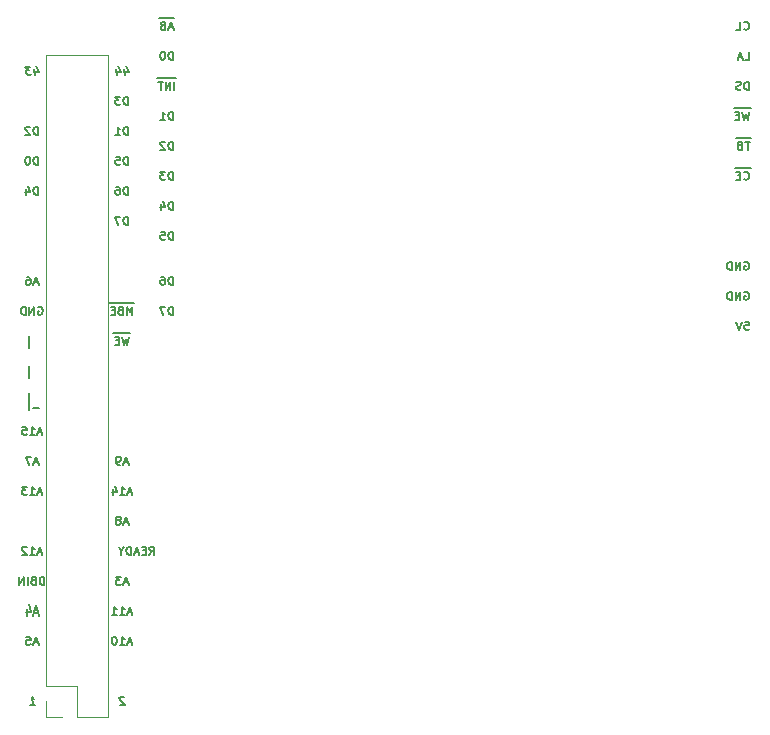
<source format=gbr>
G04 #@! TF.GenerationSoftware,KiCad,Pcbnew,(5.1.2)-2*
G04 #@! TF.CreationDate,2019-08-10T21:31:32+12:00*
G04 #@! TF.ProjectId,APEDSK-AU,41504544-534b-42d4-9155-2e6b69636164,rev?*
G04 #@! TF.SameCoordinates,Original*
G04 #@! TF.FileFunction,Legend,Bot*
G04 #@! TF.FilePolarity,Positive*
%FSLAX46Y46*%
G04 Gerber Fmt 4.6, Leading zero omitted, Abs format (unit mm)*
G04 Created by KiCad (PCBNEW (5.1.2)-2) date 2019-08-10 21:31:32*
%MOMM*%
%LPD*%
G04 APERTURE LIST*
%ADD10C,0.150000*%
%ADD11C,0.120000*%
G04 APERTURE END LIST*
D10*
X170090500Y-98041666D02*
X170423833Y-98041666D01*
X170457166Y-98375000D01*
X170423833Y-98341666D01*
X170357166Y-98308333D01*
X170190500Y-98308333D01*
X170123833Y-98341666D01*
X170090500Y-98375000D01*
X170057166Y-98441666D01*
X170057166Y-98608333D01*
X170090500Y-98675000D01*
X170123833Y-98708333D01*
X170190500Y-98741666D01*
X170357166Y-98741666D01*
X170423833Y-98708333D01*
X170457166Y-98675000D01*
X169857166Y-98041666D02*
X169623833Y-98741666D01*
X169390500Y-98041666D01*
X170057166Y-95535000D02*
X170123833Y-95501666D01*
X170223833Y-95501666D01*
X170323833Y-95535000D01*
X170390500Y-95601666D01*
X170423833Y-95668333D01*
X170457166Y-95801666D01*
X170457166Y-95901666D01*
X170423833Y-96035000D01*
X170390500Y-96101666D01*
X170323833Y-96168333D01*
X170223833Y-96201666D01*
X170157166Y-96201666D01*
X170057166Y-96168333D01*
X170023833Y-96135000D01*
X170023833Y-95901666D01*
X170157166Y-95901666D01*
X169723833Y-96201666D02*
X169723833Y-95501666D01*
X169323833Y-96201666D01*
X169323833Y-95501666D01*
X168990500Y-96201666D02*
X168990500Y-95501666D01*
X168823833Y-95501666D01*
X168723833Y-95535000D01*
X168657166Y-95601666D01*
X168623833Y-95668333D01*
X168590500Y-95801666D01*
X168590500Y-95901666D01*
X168623833Y-96035000D01*
X168657166Y-96101666D01*
X168723833Y-96168333D01*
X168823833Y-96201666D01*
X168990500Y-96201666D01*
X170057166Y-92995000D02*
X170123833Y-92961666D01*
X170223833Y-92961666D01*
X170323833Y-92995000D01*
X170390500Y-93061666D01*
X170423833Y-93128333D01*
X170457166Y-93261666D01*
X170457166Y-93361666D01*
X170423833Y-93495000D01*
X170390500Y-93561666D01*
X170323833Y-93628333D01*
X170223833Y-93661666D01*
X170157166Y-93661666D01*
X170057166Y-93628333D01*
X170023833Y-93595000D01*
X170023833Y-93361666D01*
X170157166Y-93361666D01*
X169723833Y-93661666D02*
X169723833Y-92961666D01*
X169323833Y-93661666D01*
X169323833Y-92961666D01*
X168990500Y-93661666D02*
X168990500Y-92961666D01*
X168823833Y-92961666D01*
X168723833Y-92995000D01*
X168657166Y-93061666D01*
X168623833Y-93128333D01*
X168590500Y-93261666D01*
X168590500Y-93361666D01*
X168623833Y-93495000D01*
X168657166Y-93561666D01*
X168723833Y-93628333D01*
X168823833Y-93661666D01*
X168990500Y-93661666D01*
X170590500Y-85026000D02*
X169890500Y-85026000D01*
X170023833Y-85975000D02*
X170057166Y-86008333D01*
X170157166Y-86041666D01*
X170223833Y-86041666D01*
X170323833Y-86008333D01*
X170390500Y-85941666D01*
X170423833Y-85875000D01*
X170457166Y-85741666D01*
X170457166Y-85641666D01*
X170423833Y-85508333D01*
X170390500Y-85441666D01*
X170323833Y-85375000D01*
X170223833Y-85341666D01*
X170157166Y-85341666D01*
X170057166Y-85375000D01*
X170023833Y-85408333D01*
X169890500Y-85026000D02*
X169257166Y-85026000D01*
X169723833Y-85675000D02*
X169490500Y-85675000D01*
X169390500Y-86041666D02*
X169723833Y-86041666D01*
X169723833Y-85341666D01*
X169390500Y-85341666D01*
X170590500Y-82486000D02*
X170057166Y-82486000D01*
X170523833Y-82801666D02*
X170123833Y-82801666D01*
X170323833Y-83501666D02*
X170323833Y-82801666D01*
X170057166Y-82486000D02*
X169357166Y-82486000D01*
X169657166Y-83135000D02*
X169557166Y-83168333D01*
X169523833Y-83201666D01*
X169490500Y-83268333D01*
X169490500Y-83368333D01*
X169523833Y-83435000D01*
X169557166Y-83468333D01*
X169623833Y-83501666D01*
X169890500Y-83501666D01*
X169890500Y-82801666D01*
X169657166Y-82801666D01*
X169590500Y-82835000D01*
X169557166Y-82868333D01*
X169523833Y-82935000D01*
X169523833Y-83001666D01*
X169557166Y-83068333D01*
X169590500Y-83101666D01*
X169657166Y-83135000D01*
X169890500Y-83135000D01*
X170590500Y-79946000D02*
X169790500Y-79946000D01*
X170490500Y-80261666D02*
X170323833Y-80961666D01*
X170190500Y-80461666D01*
X170057166Y-80961666D01*
X169890500Y-80261666D01*
X169790500Y-79946000D02*
X169157166Y-79946000D01*
X169623833Y-80595000D02*
X169390500Y-80595000D01*
X169290500Y-80961666D02*
X169623833Y-80961666D01*
X169623833Y-80261666D01*
X169290500Y-80261666D01*
X170423833Y-78421666D02*
X170423833Y-77721666D01*
X170257166Y-77721666D01*
X170157166Y-77755000D01*
X170090500Y-77821666D01*
X170057166Y-77888333D01*
X170023833Y-78021666D01*
X170023833Y-78121666D01*
X170057166Y-78255000D01*
X170090500Y-78321666D01*
X170157166Y-78388333D01*
X170257166Y-78421666D01*
X170423833Y-78421666D01*
X169757166Y-78388333D02*
X169657166Y-78421666D01*
X169490500Y-78421666D01*
X169423833Y-78388333D01*
X169390500Y-78355000D01*
X169357166Y-78288333D01*
X169357166Y-78221666D01*
X169390500Y-78155000D01*
X169423833Y-78121666D01*
X169490500Y-78088333D01*
X169623833Y-78055000D01*
X169690500Y-78021666D01*
X169723833Y-77988333D01*
X169757166Y-77921666D01*
X169757166Y-77855000D01*
X169723833Y-77788333D01*
X169690500Y-77755000D01*
X169623833Y-77721666D01*
X169457166Y-77721666D01*
X169357166Y-77755000D01*
X170090500Y-75881666D02*
X170423833Y-75881666D01*
X170423833Y-75181666D01*
X169890500Y-75681666D02*
X169557166Y-75681666D01*
X169957166Y-75881666D02*
X169723833Y-75181666D01*
X169490500Y-75881666D01*
X170023833Y-73275000D02*
X170057166Y-73308333D01*
X170157166Y-73341666D01*
X170223833Y-73341666D01*
X170323833Y-73308333D01*
X170390500Y-73241666D01*
X170423833Y-73175000D01*
X170457166Y-73041666D01*
X170457166Y-72941666D01*
X170423833Y-72808333D01*
X170390500Y-72741666D01*
X170323833Y-72675000D01*
X170223833Y-72641666D01*
X170157166Y-72641666D01*
X170057166Y-72675000D01*
X170023833Y-72708333D01*
X169390500Y-73341666D02*
X169723833Y-73341666D01*
X169723833Y-72641666D01*
X121674666Y-97471666D02*
X121674666Y-96771666D01*
X121508000Y-96771666D01*
X121408000Y-96805000D01*
X121341333Y-96871666D01*
X121308000Y-96938333D01*
X121274666Y-97071666D01*
X121274666Y-97171666D01*
X121308000Y-97305000D01*
X121341333Y-97371666D01*
X121408000Y-97438333D01*
X121508000Y-97471666D01*
X121674666Y-97471666D01*
X121041333Y-96771666D02*
X120574666Y-96771666D01*
X120874666Y-97471666D01*
X121674666Y-94931666D02*
X121674666Y-94231666D01*
X121508000Y-94231666D01*
X121408000Y-94265000D01*
X121341333Y-94331666D01*
X121308000Y-94398333D01*
X121274666Y-94531666D01*
X121274666Y-94631666D01*
X121308000Y-94765000D01*
X121341333Y-94831666D01*
X121408000Y-94898333D01*
X121508000Y-94931666D01*
X121674666Y-94931666D01*
X120674666Y-94231666D02*
X120808000Y-94231666D01*
X120874666Y-94265000D01*
X120908000Y-94298333D01*
X120974666Y-94398333D01*
X121008000Y-94531666D01*
X121008000Y-94798333D01*
X120974666Y-94865000D01*
X120941333Y-94898333D01*
X120874666Y-94931666D01*
X120741333Y-94931666D01*
X120674666Y-94898333D01*
X120641333Y-94865000D01*
X120608000Y-94798333D01*
X120608000Y-94631666D01*
X120641333Y-94565000D01*
X120674666Y-94531666D01*
X120741333Y-94498333D01*
X120874666Y-94498333D01*
X120941333Y-94531666D01*
X120974666Y-94565000D01*
X121008000Y-94631666D01*
X121674666Y-91121666D02*
X121674666Y-90421666D01*
X121508000Y-90421666D01*
X121408000Y-90455000D01*
X121341333Y-90521666D01*
X121308000Y-90588333D01*
X121274666Y-90721666D01*
X121274666Y-90821666D01*
X121308000Y-90955000D01*
X121341333Y-91021666D01*
X121408000Y-91088333D01*
X121508000Y-91121666D01*
X121674666Y-91121666D01*
X120641333Y-90421666D02*
X120974666Y-90421666D01*
X121008000Y-90755000D01*
X120974666Y-90721666D01*
X120908000Y-90688333D01*
X120741333Y-90688333D01*
X120674666Y-90721666D01*
X120641333Y-90755000D01*
X120608000Y-90821666D01*
X120608000Y-90988333D01*
X120641333Y-91055000D01*
X120674666Y-91088333D01*
X120741333Y-91121666D01*
X120908000Y-91121666D01*
X120974666Y-91088333D01*
X121008000Y-91055000D01*
X121674666Y-88581666D02*
X121674666Y-87881666D01*
X121508000Y-87881666D01*
X121408000Y-87915000D01*
X121341333Y-87981666D01*
X121308000Y-88048333D01*
X121274666Y-88181666D01*
X121274666Y-88281666D01*
X121308000Y-88415000D01*
X121341333Y-88481666D01*
X121408000Y-88548333D01*
X121508000Y-88581666D01*
X121674666Y-88581666D01*
X120674666Y-88115000D02*
X120674666Y-88581666D01*
X120841333Y-87848333D02*
X121008000Y-88348333D01*
X120574666Y-88348333D01*
X121674666Y-86041666D02*
X121674666Y-85341666D01*
X121508000Y-85341666D01*
X121408000Y-85375000D01*
X121341333Y-85441666D01*
X121308000Y-85508333D01*
X121274666Y-85641666D01*
X121274666Y-85741666D01*
X121308000Y-85875000D01*
X121341333Y-85941666D01*
X121408000Y-86008333D01*
X121508000Y-86041666D01*
X121674666Y-86041666D01*
X121041333Y-85341666D02*
X120608000Y-85341666D01*
X120841333Y-85608333D01*
X120741333Y-85608333D01*
X120674666Y-85641666D01*
X120641333Y-85675000D01*
X120608000Y-85741666D01*
X120608000Y-85908333D01*
X120641333Y-85975000D01*
X120674666Y-86008333D01*
X120741333Y-86041666D01*
X120941333Y-86041666D01*
X121008000Y-86008333D01*
X121041333Y-85975000D01*
X121674666Y-83501666D02*
X121674666Y-82801666D01*
X121508000Y-82801666D01*
X121408000Y-82835000D01*
X121341333Y-82901666D01*
X121308000Y-82968333D01*
X121274666Y-83101666D01*
X121274666Y-83201666D01*
X121308000Y-83335000D01*
X121341333Y-83401666D01*
X121408000Y-83468333D01*
X121508000Y-83501666D01*
X121674666Y-83501666D01*
X121008000Y-82868333D02*
X120974666Y-82835000D01*
X120908000Y-82801666D01*
X120741333Y-82801666D01*
X120674666Y-82835000D01*
X120641333Y-82868333D01*
X120608000Y-82935000D01*
X120608000Y-83001666D01*
X120641333Y-83101666D01*
X121041333Y-83501666D01*
X120608000Y-83501666D01*
X121674666Y-80961666D02*
X121674666Y-80261666D01*
X121508000Y-80261666D01*
X121408000Y-80295000D01*
X121341333Y-80361666D01*
X121308000Y-80428333D01*
X121274666Y-80561666D01*
X121274666Y-80661666D01*
X121308000Y-80795000D01*
X121341333Y-80861666D01*
X121408000Y-80928333D01*
X121508000Y-80961666D01*
X121674666Y-80961666D01*
X120608000Y-80961666D02*
X121008000Y-80961666D01*
X120808000Y-80961666D02*
X120808000Y-80261666D01*
X120874666Y-80361666D01*
X120941333Y-80428333D01*
X121008000Y-80461666D01*
X121958000Y-77406000D02*
X121624666Y-77406000D01*
X121791333Y-78421666D02*
X121791333Y-77721666D01*
X121624666Y-77406000D02*
X120891333Y-77406000D01*
X121458000Y-78421666D02*
X121458000Y-77721666D01*
X121058000Y-78421666D01*
X121058000Y-77721666D01*
X120891333Y-77406000D02*
X120358000Y-77406000D01*
X120824666Y-77721666D02*
X120424666Y-77721666D01*
X120624666Y-78421666D02*
X120624666Y-77721666D01*
X121674666Y-75881666D02*
X121674666Y-75181666D01*
X121508000Y-75181666D01*
X121408000Y-75215000D01*
X121341333Y-75281666D01*
X121308000Y-75348333D01*
X121274666Y-75481666D01*
X121274666Y-75581666D01*
X121308000Y-75715000D01*
X121341333Y-75781666D01*
X121408000Y-75848333D01*
X121508000Y-75881666D01*
X121674666Y-75881666D01*
X120841333Y-75181666D02*
X120774666Y-75181666D01*
X120708000Y-75215000D01*
X120674666Y-75248333D01*
X120641333Y-75315000D01*
X120608000Y-75448333D01*
X120608000Y-75615000D01*
X120641333Y-75748333D01*
X120674666Y-75815000D01*
X120708000Y-75848333D01*
X120774666Y-75881666D01*
X120841333Y-75881666D01*
X120908000Y-75848333D01*
X120941333Y-75815000D01*
X120974666Y-75748333D01*
X121008000Y-75615000D01*
X121008000Y-75448333D01*
X120974666Y-75315000D01*
X120941333Y-75248333D01*
X120908000Y-75215000D01*
X120841333Y-75181666D01*
X121808000Y-72326000D02*
X121208000Y-72326000D01*
X121674666Y-73141666D02*
X121341333Y-73141666D01*
X121741333Y-73341666D02*
X121508000Y-72641666D01*
X121274666Y-73341666D01*
X121208000Y-72326000D02*
X120508000Y-72326000D01*
X120808000Y-72975000D02*
X120708000Y-73008333D01*
X120674666Y-73041666D01*
X120641333Y-73108333D01*
X120641333Y-73208333D01*
X120674666Y-73275000D01*
X120708000Y-73308333D01*
X120774666Y-73341666D01*
X121041333Y-73341666D01*
X121041333Y-72641666D01*
X120808000Y-72641666D01*
X120741333Y-72675000D01*
X120708000Y-72708333D01*
X120674666Y-72775000D01*
X120674666Y-72841666D01*
X120708000Y-72908333D01*
X120741333Y-72941666D01*
X120808000Y-72975000D01*
X121041333Y-72975000D01*
X119668000Y-117791666D02*
X119901333Y-117458333D01*
X120068000Y-117791666D02*
X120068000Y-117091666D01*
X119801333Y-117091666D01*
X119734666Y-117125000D01*
X119701333Y-117158333D01*
X119668000Y-117225000D01*
X119668000Y-117325000D01*
X119701333Y-117391666D01*
X119734666Y-117425000D01*
X119801333Y-117458333D01*
X120068000Y-117458333D01*
X119368000Y-117425000D02*
X119134666Y-117425000D01*
X119034666Y-117791666D02*
X119368000Y-117791666D01*
X119368000Y-117091666D01*
X119034666Y-117091666D01*
X118768000Y-117591666D02*
X118434666Y-117591666D01*
X118834666Y-117791666D02*
X118601333Y-117091666D01*
X118368000Y-117791666D01*
X118134666Y-117791666D02*
X118134666Y-117091666D01*
X117968000Y-117091666D01*
X117868000Y-117125000D01*
X117801333Y-117191666D01*
X117768000Y-117258333D01*
X117734666Y-117391666D01*
X117734666Y-117491666D01*
X117768000Y-117625000D01*
X117801333Y-117691666D01*
X117868000Y-117758333D01*
X117968000Y-117791666D01*
X118134666Y-117791666D01*
X117301333Y-117458333D02*
X117301333Y-117791666D01*
X117534666Y-117091666D02*
X117301333Y-117458333D01*
X117068000Y-117091666D01*
X109601645Y-130491666D02*
X110001645Y-130491666D01*
X109801645Y-130491666D02*
X109714145Y-129791666D01*
X109793312Y-129891666D01*
X109868312Y-129958333D01*
X109939145Y-129991666D01*
X117542479Y-129858333D02*
X117504979Y-129825000D01*
X117434145Y-129791666D01*
X117267479Y-129791666D01*
X117204979Y-129825000D01*
X117175812Y-129858333D01*
X117150812Y-129925000D01*
X117159145Y-129991666D01*
X117204979Y-130091666D01*
X117654979Y-130491666D01*
X117221645Y-130491666D01*
X109943312Y-76685000D02*
X110001645Y-77151666D01*
X110076645Y-76418333D02*
X110305812Y-76918333D01*
X109872479Y-76918333D01*
X109614145Y-76451666D02*
X109180812Y-76451666D01*
X109447479Y-76718333D01*
X109347479Y-76718333D01*
X109284979Y-76751666D01*
X109255812Y-76785000D01*
X109230812Y-76851666D01*
X109251645Y-77018333D01*
X109293312Y-77085000D01*
X109330812Y-77118333D01*
X109401645Y-77151666D01*
X109601645Y-77151666D01*
X109664145Y-77118333D01*
X109693312Y-77085000D01*
X117563312Y-76685000D02*
X117621645Y-77151666D01*
X117696645Y-76418333D02*
X117925812Y-76918333D01*
X117492479Y-76918333D01*
X116896645Y-76685000D02*
X116954979Y-77151666D01*
X117029979Y-76418333D02*
X117259145Y-76918333D01*
X116825812Y-76918333D01*
X118181333Y-125211666D02*
X117848000Y-125211666D01*
X118248000Y-125411666D02*
X118014666Y-124711666D01*
X117781333Y-125411666D01*
X117181333Y-125411666D02*
X117581333Y-125411666D01*
X117381333Y-125411666D02*
X117381333Y-124711666D01*
X117448000Y-124811666D01*
X117514666Y-124878333D01*
X117581333Y-124911666D01*
X116748000Y-124711666D02*
X116681333Y-124711666D01*
X116614666Y-124745000D01*
X116581333Y-124778333D01*
X116548000Y-124845000D01*
X116514666Y-124978333D01*
X116514666Y-125145000D01*
X116548000Y-125278333D01*
X116581333Y-125345000D01*
X116614666Y-125378333D01*
X116681333Y-125411666D01*
X116748000Y-125411666D01*
X116814666Y-125378333D01*
X116848000Y-125345000D01*
X116881333Y-125278333D01*
X116914666Y-125145000D01*
X116914666Y-124978333D01*
X116881333Y-124845000D01*
X116848000Y-124778333D01*
X116814666Y-124745000D01*
X116748000Y-124711666D01*
X118181333Y-122671666D02*
X117848000Y-122671666D01*
X118248000Y-122871666D02*
X118014666Y-122171666D01*
X117781333Y-122871666D01*
X117181333Y-122871666D02*
X117581333Y-122871666D01*
X117381333Y-122871666D02*
X117381333Y-122171666D01*
X117448000Y-122271666D01*
X117514666Y-122338333D01*
X117581333Y-122371666D01*
X116514666Y-122871666D02*
X116914666Y-122871666D01*
X116714666Y-122871666D02*
X116714666Y-122171666D01*
X116781333Y-122271666D01*
X116848000Y-122338333D01*
X116914666Y-122371666D01*
X117848000Y-120131666D02*
X117514666Y-120131666D01*
X117914666Y-120331666D02*
X117681333Y-119631666D01*
X117448000Y-120331666D01*
X117281333Y-119631666D02*
X116848000Y-119631666D01*
X117081333Y-119898333D01*
X116981333Y-119898333D01*
X116914666Y-119931666D01*
X116881333Y-119965000D01*
X116848000Y-120031666D01*
X116848000Y-120198333D01*
X116881333Y-120265000D01*
X116914666Y-120298333D01*
X116981333Y-120331666D01*
X117181333Y-120331666D01*
X117248000Y-120298333D01*
X117281333Y-120265000D01*
X117848000Y-115051666D02*
X117514666Y-115051666D01*
X117914666Y-115251666D02*
X117681333Y-114551666D01*
X117448000Y-115251666D01*
X117114666Y-114851666D02*
X117181333Y-114818333D01*
X117214666Y-114785000D01*
X117248000Y-114718333D01*
X117248000Y-114685000D01*
X117214666Y-114618333D01*
X117181333Y-114585000D01*
X117114666Y-114551666D01*
X116981333Y-114551666D01*
X116914666Y-114585000D01*
X116881333Y-114618333D01*
X116848000Y-114685000D01*
X116848000Y-114718333D01*
X116881333Y-114785000D01*
X116914666Y-114818333D01*
X116981333Y-114851666D01*
X117114666Y-114851666D01*
X117181333Y-114885000D01*
X117214666Y-114918333D01*
X117248000Y-114985000D01*
X117248000Y-115118333D01*
X117214666Y-115185000D01*
X117181333Y-115218333D01*
X117114666Y-115251666D01*
X116981333Y-115251666D01*
X116914666Y-115218333D01*
X116881333Y-115185000D01*
X116848000Y-115118333D01*
X116848000Y-114985000D01*
X116881333Y-114918333D01*
X116914666Y-114885000D01*
X116981333Y-114851666D01*
X118181333Y-112511666D02*
X117848000Y-112511666D01*
X118248000Y-112711666D02*
X118014666Y-112011666D01*
X117781333Y-112711666D01*
X117181333Y-112711666D02*
X117581333Y-112711666D01*
X117381333Y-112711666D02*
X117381333Y-112011666D01*
X117448000Y-112111666D01*
X117514666Y-112178333D01*
X117581333Y-112211666D01*
X116581333Y-112245000D02*
X116581333Y-112711666D01*
X116748000Y-111978333D02*
X116914666Y-112478333D01*
X116481333Y-112478333D01*
X117848000Y-109971666D02*
X117514666Y-109971666D01*
X117914666Y-110171666D02*
X117681333Y-109471666D01*
X117448000Y-110171666D01*
X117181333Y-110171666D02*
X117048000Y-110171666D01*
X116981333Y-110138333D01*
X116948000Y-110105000D01*
X116881333Y-110005000D01*
X116848000Y-109871666D01*
X116848000Y-109605000D01*
X116881333Y-109538333D01*
X116914666Y-109505000D01*
X116981333Y-109471666D01*
X117114666Y-109471666D01*
X117181333Y-109505000D01*
X117214666Y-109538333D01*
X117248000Y-109605000D01*
X117248000Y-109771666D01*
X117214666Y-109838333D01*
X117181333Y-109871666D01*
X117114666Y-109905000D01*
X116981333Y-109905000D01*
X116914666Y-109871666D01*
X116881333Y-109838333D01*
X116848000Y-109771666D01*
X118064666Y-98996000D02*
X117264666Y-98996000D01*
X117964666Y-99311666D02*
X117798000Y-100011666D01*
X117664666Y-99511666D01*
X117531333Y-100011666D01*
X117364666Y-99311666D01*
X117264666Y-98996000D02*
X116631333Y-98996000D01*
X117098000Y-99645000D02*
X116864666Y-99645000D01*
X116764666Y-100011666D02*
X117098000Y-100011666D01*
X117098000Y-99311666D01*
X116764666Y-99311666D01*
X118414666Y-96456000D02*
X117614666Y-96456000D01*
X118248000Y-97471666D02*
X118248000Y-96771666D01*
X118014666Y-97271666D01*
X117781333Y-96771666D01*
X117781333Y-97471666D01*
X117614666Y-96456000D02*
X116914666Y-96456000D01*
X117214666Y-97105000D02*
X117114666Y-97138333D01*
X117081333Y-97171666D01*
X117048000Y-97238333D01*
X117048000Y-97338333D01*
X117081333Y-97405000D01*
X117114666Y-97438333D01*
X117181333Y-97471666D01*
X117448000Y-97471666D01*
X117448000Y-96771666D01*
X117214666Y-96771666D01*
X117148000Y-96805000D01*
X117114666Y-96838333D01*
X117081333Y-96905000D01*
X117081333Y-96971666D01*
X117114666Y-97038333D01*
X117148000Y-97071666D01*
X117214666Y-97105000D01*
X117448000Y-97105000D01*
X116914666Y-96456000D02*
X116281333Y-96456000D01*
X116748000Y-97105000D02*
X116514666Y-97105000D01*
X116414666Y-97471666D02*
X116748000Y-97471666D01*
X116748000Y-96771666D01*
X116414666Y-96771666D01*
X117864666Y-89851666D02*
X117864666Y-89151666D01*
X117698000Y-89151666D01*
X117598000Y-89185000D01*
X117531333Y-89251666D01*
X117498000Y-89318333D01*
X117464666Y-89451666D01*
X117464666Y-89551666D01*
X117498000Y-89685000D01*
X117531333Y-89751666D01*
X117598000Y-89818333D01*
X117698000Y-89851666D01*
X117864666Y-89851666D01*
X117231333Y-89151666D02*
X116764666Y-89151666D01*
X117064666Y-89851666D01*
X117864666Y-87311666D02*
X117864666Y-86611666D01*
X117698000Y-86611666D01*
X117598000Y-86645000D01*
X117531333Y-86711666D01*
X117498000Y-86778333D01*
X117464666Y-86911666D01*
X117464666Y-87011666D01*
X117498000Y-87145000D01*
X117531333Y-87211666D01*
X117598000Y-87278333D01*
X117698000Y-87311666D01*
X117864666Y-87311666D01*
X116864666Y-86611666D02*
X116998000Y-86611666D01*
X117064666Y-86645000D01*
X117098000Y-86678333D01*
X117164666Y-86778333D01*
X117198000Y-86911666D01*
X117198000Y-87178333D01*
X117164666Y-87245000D01*
X117131333Y-87278333D01*
X117064666Y-87311666D01*
X116931333Y-87311666D01*
X116864666Y-87278333D01*
X116831333Y-87245000D01*
X116798000Y-87178333D01*
X116798000Y-87011666D01*
X116831333Y-86945000D01*
X116864666Y-86911666D01*
X116931333Y-86878333D01*
X117064666Y-86878333D01*
X117131333Y-86911666D01*
X117164666Y-86945000D01*
X117198000Y-87011666D01*
X117864666Y-84771666D02*
X117864666Y-84071666D01*
X117698000Y-84071666D01*
X117598000Y-84105000D01*
X117531333Y-84171666D01*
X117498000Y-84238333D01*
X117464666Y-84371666D01*
X117464666Y-84471666D01*
X117498000Y-84605000D01*
X117531333Y-84671666D01*
X117598000Y-84738333D01*
X117698000Y-84771666D01*
X117864666Y-84771666D01*
X116831333Y-84071666D02*
X117164666Y-84071666D01*
X117198000Y-84405000D01*
X117164666Y-84371666D01*
X117098000Y-84338333D01*
X116931333Y-84338333D01*
X116864666Y-84371666D01*
X116831333Y-84405000D01*
X116798000Y-84471666D01*
X116798000Y-84638333D01*
X116831333Y-84705000D01*
X116864666Y-84738333D01*
X116931333Y-84771666D01*
X117098000Y-84771666D01*
X117164666Y-84738333D01*
X117198000Y-84705000D01*
X117864666Y-82231666D02*
X117864666Y-81531666D01*
X117698000Y-81531666D01*
X117598000Y-81565000D01*
X117531333Y-81631666D01*
X117498000Y-81698333D01*
X117464666Y-81831666D01*
X117464666Y-81931666D01*
X117498000Y-82065000D01*
X117531333Y-82131666D01*
X117598000Y-82198333D01*
X117698000Y-82231666D01*
X117864666Y-82231666D01*
X116798000Y-82231666D02*
X117198000Y-82231666D01*
X116998000Y-82231666D02*
X116998000Y-81531666D01*
X117064666Y-81631666D01*
X117131333Y-81698333D01*
X117198000Y-81731666D01*
X117864666Y-79691666D02*
X117864666Y-78991666D01*
X117698000Y-78991666D01*
X117598000Y-79025000D01*
X117531333Y-79091666D01*
X117498000Y-79158333D01*
X117464666Y-79291666D01*
X117464666Y-79391666D01*
X117498000Y-79525000D01*
X117531333Y-79591666D01*
X117598000Y-79658333D01*
X117698000Y-79691666D01*
X117864666Y-79691666D01*
X117231333Y-78991666D02*
X116798000Y-78991666D01*
X117031333Y-79258333D01*
X116931333Y-79258333D01*
X116864666Y-79291666D01*
X116831333Y-79325000D01*
X116798000Y-79391666D01*
X116798000Y-79558333D01*
X116831333Y-79625000D01*
X116864666Y-79658333D01*
X116931333Y-79691666D01*
X117131333Y-79691666D01*
X117198000Y-79658333D01*
X117231333Y-79625000D01*
X110228000Y-125211666D02*
X109894666Y-125211666D01*
X110294666Y-125411666D02*
X110061333Y-124711666D01*
X109828000Y-125411666D01*
X109261333Y-124711666D02*
X109594666Y-124711666D01*
X109628000Y-125045000D01*
X109594666Y-125011666D01*
X109528000Y-124978333D01*
X109361333Y-124978333D01*
X109294666Y-125011666D01*
X109261333Y-125045000D01*
X109228000Y-125111666D01*
X109228000Y-125278333D01*
X109261333Y-125345000D01*
X109294666Y-125378333D01*
X109361333Y-125411666D01*
X109528000Y-125411666D01*
X109594666Y-125378333D01*
X109628000Y-125345000D01*
X110228000Y-122721666D02*
X109894666Y-122721666D01*
X110294666Y-123007380D02*
X110061333Y-122007380D01*
X109828000Y-123007380D01*
X109294666Y-122340714D02*
X109294666Y-123007380D01*
X109461333Y-121959761D02*
X109628000Y-122674047D01*
X109194666Y-122674047D01*
X110794666Y-120331666D02*
X110794666Y-119631666D01*
X110628000Y-119631666D01*
X110528000Y-119665000D01*
X110461333Y-119731666D01*
X110428000Y-119798333D01*
X110394666Y-119931666D01*
X110394666Y-120031666D01*
X110428000Y-120165000D01*
X110461333Y-120231666D01*
X110528000Y-120298333D01*
X110628000Y-120331666D01*
X110794666Y-120331666D01*
X109861333Y-119965000D02*
X109761333Y-119998333D01*
X109728000Y-120031666D01*
X109694666Y-120098333D01*
X109694666Y-120198333D01*
X109728000Y-120265000D01*
X109761333Y-120298333D01*
X109828000Y-120331666D01*
X110094666Y-120331666D01*
X110094666Y-119631666D01*
X109861333Y-119631666D01*
X109794666Y-119665000D01*
X109761333Y-119698333D01*
X109728000Y-119765000D01*
X109728000Y-119831666D01*
X109761333Y-119898333D01*
X109794666Y-119931666D01*
X109861333Y-119965000D01*
X110094666Y-119965000D01*
X109394666Y-120331666D02*
X109394666Y-119631666D01*
X109061333Y-120331666D02*
X109061333Y-119631666D01*
X108661333Y-120331666D01*
X108661333Y-119631666D01*
X110561333Y-117591666D02*
X110228000Y-117591666D01*
X110628000Y-117791666D02*
X110394666Y-117091666D01*
X110161333Y-117791666D01*
X109561333Y-117791666D02*
X109961333Y-117791666D01*
X109761333Y-117791666D02*
X109761333Y-117091666D01*
X109828000Y-117191666D01*
X109894666Y-117258333D01*
X109961333Y-117291666D01*
X109294666Y-117158333D02*
X109261333Y-117125000D01*
X109194666Y-117091666D01*
X109028000Y-117091666D01*
X108961333Y-117125000D01*
X108928000Y-117158333D01*
X108894666Y-117225000D01*
X108894666Y-117291666D01*
X108928000Y-117391666D01*
X109328000Y-117791666D01*
X108894666Y-117791666D01*
X110561333Y-112511666D02*
X110228000Y-112511666D01*
X110628000Y-112711666D02*
X110394666Y-112011666D01*
X110161333Y-112711666D01*
X109561333Y-112711666D02*
X109961333Y-112711666D01*
X109761333Y-112711666D02*
X109761333Y-112011666D01*
X109828000Y-112111666D01*
X109894666Y-112178333D01*
X109961333Y-112211666D01*
X109328000Y-112011666D02*
X108894666Y-112011666D01*
X109128000Y-112278333D01*
X109028000Y-112278333D01*
X108961333Y-112311666D01*
X108928000Y-112345000D01*
X108894666Y-112411666D01*
X108894666Y-112578333D01*
X108928000Y-112645000D01*
X108961333Y-112678333D01*
X109028000Y-112711666D01*
X109228000Y-112711666D01*
X109294666Y-112678333D01*
X109328000Y-112645000D01*
X110228000Y-109971666D02*
X109894666Y-109971666D01*
X110294666Y-110171666D02*
X110061333Y-109471666D01*
X109828000Y-110171666D01*
X109661333Y-109471666D02*
X109194666Y-109471666D01*
X109494666Y-110171666D01*
X110561333Y-107431666D02*
X110228000Y-107431666D01*
X110628000Y-107631666D02*
X110394666Y-106931666D01*
X110161333Y-107631666D01*
X109561333Y-107631666D02*
X109961333Y-107631666D01*
X109761333Y-107631666D02*
X109761333Y-106931666D01*
X109828000Y-107031666D01*
X109894666Y-107098333D01*
X109961333Y-107131666D01*
X108928000Y-106931666D02*
X109261333Y-106931666D01*
X109294666Y-107265000D01*
X109261333Y-107231666D01*
X109194666Y-107198333D01*
X109028000Y-107198333D01*
X108961333Y-107231666D01*
X108928000Y-107265000D01*
X108894666Y-107331666D01*
X108894666Y-107498333D01*
X108928000Y-107565000D01*
X108961333Y-107598333D01*
X109028000Y-107631666D01*
X109194666Y-107631666D01*
X109261333Y-107598333D01*
X109294666Y-107565000D01*
X110328000Y-105322619D02*
X109794666Y-105322619D01*
X109461333Y-105560714D02*
X109461333Y-104132142D01*
X109461333Y-102785000D02*
X109461333Y-101785000D01*
X109461333Y-100245000D02*
X109461333Y-99245000D01*
X110261333Y-96805000D02*
X110328000Y-96771666D01*
X110428000Y-96771666D01*
X110528000Y-96805000D01*
X110594666Y-96871666D01*
X110628000Y-96938333D01*
X110661333Y-97071666D01*
X110661333Y-97171666D01*
X110628000Y-97305000D01*
X110594666Y-97371666D01*
X110528000Y-97438333D01*
X110428000Y-97471666D01*
X110361333Y-97471666D01*
X110261333Y-97438333D01*
X110228000Y-97405000D01*
X110228000Y-97171666D01*
X110361333Y-97171666D01*
X109928000Y-97471666D02*
X109928000Y-96771666D01*
X109528000Y-97471666D01*
X109528000Y-96771666D01*
X109194666Y-97471666D02*
X109194666Y-96771666D01*
X109028000Y-96771666D01*
X108928000Y-96805000D01*
X108861333Y-96871666D01*
X108828000Y-96938333D01*
X108794666Y-97071666D01*
X108794666Y-97171666D01*
X108828000Y-97305000D01*
X108861333Y-97371666D01*
X108928000Y-97438333D01*
X109028000Y-97471666D01*
X109194666Y-97471666D01*
X110228000Y-94731666D02*
X109894666Y-94731666D01*
X110294666Y-94931666D02*
X110061333Y-94231666D01*
X109828000Y-94931666D01*
X109294666Y-94231666D02*
X109428000Y-94231666D01*
X109494666Y-94265000D01*
X109528000Y-94298333D01*
X109594666Y-94398333D01*
X109628000Y-94531666D01*
X109628000Y-94798333D01*
X109594666Y-94865000D01*
X109561333Y-94898333D01*
X109494666Y-94931666D01*
X109361333Y-94931666D01*
X109294666Y-94898333D01*
X109261333Y-94865000D01*
X109228000Y-94798333D01*
X109228000Y-94631666D01*
X109261333Y-94565000D01*
X109294666Y-94531666D01*
X109361333Y-94498333D01*
X109494666Y-94498333D01*
X109561333Y-94531666D01*
X109594666Y-94565000D01*
X109628000Y-94631666D01*
X110244666Y-87311666D02*
X110244666Y-86611666D01*
X110078000Y-86611666D01*
X109978000Y-86645000D01*
X109911333Y-86711666D01*
X109878000Y-86778333D01*
X109844666Y-86911666D01*
X109844666Y-87011666D01*
X109878000Y-87145000D01*
X109911333Y-87211666D01*
X109978000Y-87278333D01*
X110078000Y-87311666D01*
X110244666Y-87311666D01*
X109244666Y-86845000D02*
X109244666Y-87311666D01*
X109411333Y-86578333D02*
X109578000Y-87078333D01*
X109144666Y-87078333D01*
X110244666Y-84771666D02*
X110244666Y-84071666D01*
X110078000Y-84071666D01*
X109978000Y-84105000D01*
X109911333Y-84171666D01*
X109878000Y-84238333D01*
X109844666Y-84371666D01*
X109844666Y-84471666D01*
X109878000Y-84605000D01*
X109911333Y-84671666D01*
X109978000Y-84738333D01*
X110078000Y-84771666D01*
X110244666Y-84771666D01*
X109411333Y-84071666D02*
X109344666Y-84071666D01*
X109278000Y-84105000D01*
X109244666Y-84138333D01*
X109211333Y-84205000D01*
X109178000Y-84338333D01*
X109178000Y-84505000D01*
X109211333Y-84638333D01*
X109244666Y-84705000D01*
X109278000Y-84738333D01*
X109344666Y-84771666D01*
X109411333Y-84771666D01*
X109478000Y-84738333D01*
X109511333Y-84705000D01*
X109544666Y-84638333D01*
X109578000Y-84505000D01*
X109578000Y-84338333D01*
X109544666Y-84205000D01*
X109511333Y-84138333D01*
X109478000Y-84105000D01*
X109411333Y-84071666D01*
X110244666Y-82231666D02*
X110244666Y-81531666D01*
X110078000Y-81531666D01*
X109978000Y-81565000D01*
X109911333Y-81631666D01*
X109878000Y-81698333D01*
X109844666Y-81831666D01*
X109844666Y-81931666D01*
X109878000Y-82065000D01*
X109911333Y-82131666D01*
X109978000Y-82198333D01*
X110078000Y-82231666D01*
X110244666Y-82231666D01*
X109578000Y-81598333D02*
X109544666Y-81565000D01*
X109478000Y-81531666D01*
X109311333Y-81531666D01*
X109244666Y-81565000D01*
X109211333Y-81598333D01*
X109178000Y-81665000D01*
X109178000Y-81731666D01*
X109211333Y-81831666D01*
X109611333Y-82231666D01*
X109178000Y-82231666D01*
D11*
X110938000Y-131505000D02*
X112268000Y-131505000D01*
X110938000Y-130175000D02*
X110938000Y-131505000D01*
X113538000Y-131505000D02*
X116138000Y-131505000D01*
X113538000Y-128905000D02*
X113538000Y-131505000D01*
X110938000Y-128905000D02*
X113538000Y-128905000D01*
X116138000Y-131505000D02*
X116138000Y-75505000D01*
X110938000Y-128905000D02*
X110938000Y-75505000D01*
X110938000Y-75505000D02*
X116138000Y-75505000D01*
M02*

</source>
